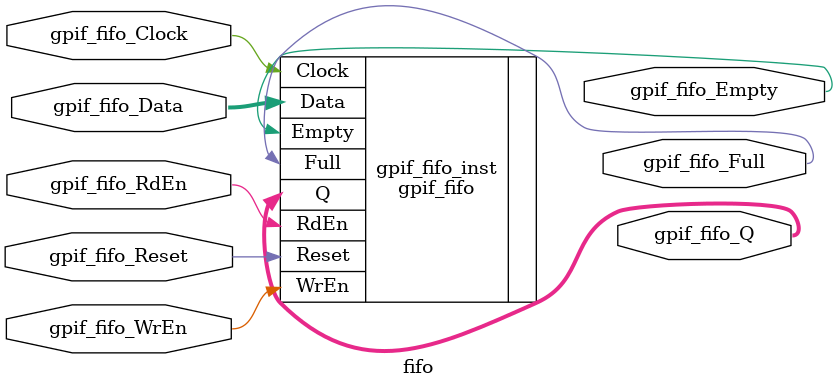
<source format=v>
/* synthesis translate_off*/
`define SBP_SIMULATION
/* synthesis translate_on*/
`ifndef SBP_SIMULATION
`define SBP_SYNTHESIS
`endif

//
// Verific Verilog Description of module fifo
//
module fifo (gpif_fifo_Data, gpif_fifo_Q, gpif_fifo_Clock, gpif_fifo_Empty, 
            gpif_fifo_Full, gpif_fifo_RdEn, gpif_fifo_Reset, gpif_fifo_WrEn) /* synthesis sbp_module=true */ ;
    input [15:0]gpif_fifo_Data;
    output [15:0]gpif_fifo_Q;
    input gpif_fifo_Clock;
    output gpif_fifo_Empty;
    output gpif_fifo_Full;
    input gpif_fifo_RdEn;
    input gpif_fifo_Reset;
    input gpif_fifo_WrEn;
    
    
    gpif_fifo gpif_fifo_inst (.Data({gpif_fifo_Data}), .Q({gpif_fifo_Q}), 
            .Clock(gpif_fifo_Clock), .Empty(gpif_fifo_Empty), .Full(gpif_fifo_Full), 
            .RdEn(gpif_fifo_RdEn), .Reset(gpif_fifo_Reset), .WrEn(gpif_fifo_WrEn));
    
endmodule


</source>
